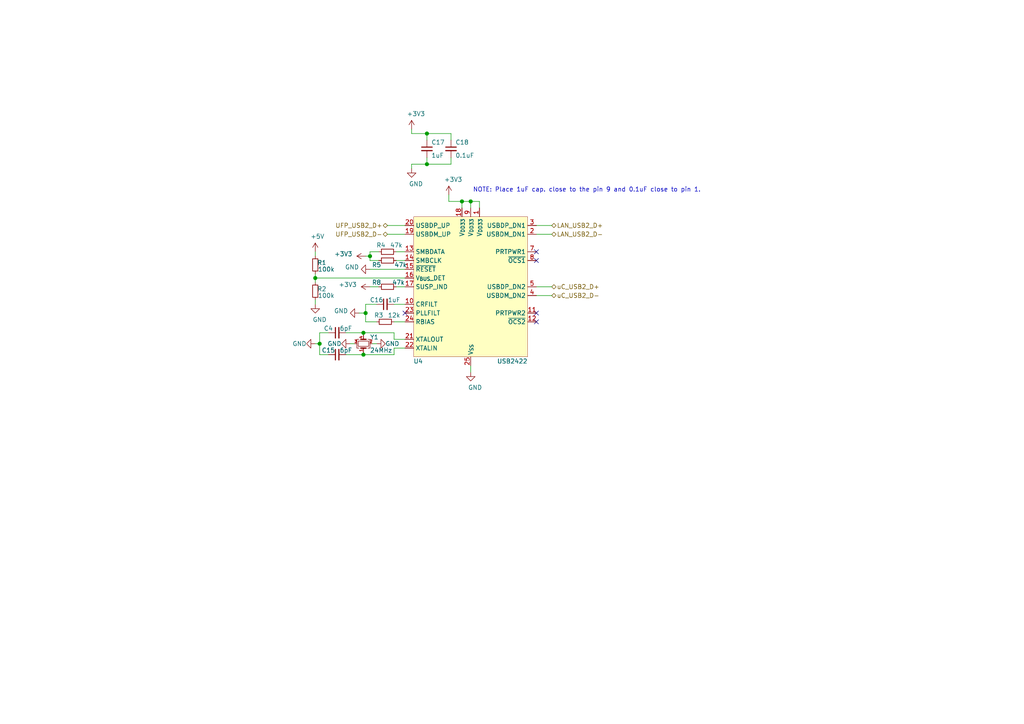
<source format=kicad_sch>
(kicad_sch (version 20201015) (generator eeschema)
  (page 1 6)
  (paper "A4")
  (lib_symbols
    (symbol "Device:C_Small" (pin_numbers hide) (pin_names (offset 0.254) hide)
      (property "Reference" "C" (at 0.254 1.778 0))
      (property "Value" "C_Small" (at 0.254 -2.032 0))
      (symbol "C_Small_0_1"
        (polyline (pts (xy -1.524 -0.508) (xy 1.524 -0.508)) (stroke (width 0.3302)))
        (polyline (pts (xy -1.524 0.508) (xy 1.524 0.508)) (stroke (width 0.3048)))
      )
      (symbol "C_Small_1_1"
        (pin passive line (at 0 2.54 270) (length 2.032) (name "~") (number "1"))
        (pin passive line (at 0 -2.54 90) (length 2.032) (name "~") (number "2"))
      )
    )
    (symbol "Device:Crystal_GND23_Small" (pin_names (offset 1.016) hide)
      (property "Reference" "Y" (at 1.27 4.445 0))
      (property "Value" "Crystal_GND23_Small" (at 1.27 2.54 0))
      (symbol "Crystal_GND23_Small_0_1"
        (rectangle (start -0.762 -1.524) (end 0.762 1.524))
        (polyline (pts (xy -1.27 -0.762) (xy -1.27 0.762)) (stroke (width 0.381)))
        (polyline (pts (xy 1.27 -0.762) (xy 1.27 0.762)) (stroke (width 0.381)))
        (polyline (pts (xy -1.27 -1.27) (xy -1.27 -1.905) (xy 1.27 -1.905) (xy 1.27 -1.27)))
        (polyline (pts (xy -1.27 1.27) (xy -1.27 1.905) (xy 1.27 1.905) (xy 1.27 1.27)))
      )
      (symbol "Crystal_GND23_Small_1_1"
        (pin passive line (at -2.54 0 0) (length 1.27) (name "1") (number "1"))
        (pin passive line (at 0 -2.54 90) (length 0.635) (name "2") (number "2"))
        (pin passive line (at 0 2.54 270) (length 0.635) (name "3") (number "3"))
        (pin passive line (at 2.54 0 180) (length 1.27) (name "4") (number "4"))
      )
    )
    (symbol "Device:R_Small" (pin_numbers hide) (pin_names (offset 0.254) hide)
      (property "Reference" "R" (at 0.762 0.508 0))
      (property "Value" "R_Small" (at 0.762 -1.016 0))
      (symbol "R_Small_0_1"
        (rectangle (start -0.762 1.778) (end 0.762 -1.778) (stroke (width 0.2032)))
      )
      (symbol "R_Small_1_1"
        (pin passive line (at 0 2.54 270) (length 0.762) (name "~") (number "1"))
        (pin passive line (at 0 -2.54 90) (length 0.762) (name "~") (number "2"))
      )
    )
    (symbol "custom:USB2422"
      (property "Reference" "U" (at 19.05 25.4 0))
      (property "Value" "USB2422" (at 19.05 22.225 0))
      (symbol "USB2422_0_0"
        (pin power_in line (at 2.54 22.86 270) (length 2.54) (name "V_{DD33}") (number "1"))
        (pin bidirectional line (at 19.05 15.24 180) (length 2.54) (name "USBDM_DN1") (number "2"))
        (pin bidirectional line (at 19.05 17.78 180) (length 2.54) (name "USBDP_DN1") (number "3"))
        (pin bidirectional line (at 19.05 -2.54 180) (length 2.54) (name "USBDM_DN2") (number "4"))
        (pin bidirectional line (at 19.05 0 180) (length 2.54) (name "USBDP_DN2") (number "5"))
        (pin output line (at 19.05 10.16 180) (length 2.54) (name "PRTPWR1") (number "7"))
        (pin input line (at 19.05 7.62 180) (length 2.54) (name "~OCS1") (number "8"))
        (pin power_in line (at 0 22.86 270) (length 2.54) (name "V_{DD33}") (number "9"))
        (pin passive line (at -19.05 -5.08 0) (length 2.54) (name "CRFILT") (number "10"))
        (pin output line (at 19.05 -7.62 180) (length 2.54) (name "PRTPWR2") (number "11"))
        (pin input line (at 19.05 -10.16 180) (length 2.54) (name "~OCS2") (number "12"))
        (pin bidirectional line (at -19.05 10.16 0) (length 2.54) (name "SMBDATA") (number "13"))
        (pin bidirectional line (at -19.05 7.62 0) (length 2.54) (name "SMBCLK") (number "14"))
        (pin input line (at -19.05 5.08 0) (length 2.54) (name "~RESET") (number "15"))
        (pin input line (at -19.05 2.54 0) (length 2.54) (name "V_{BUS}_DET") (number "16"))
        (pin bidirectional line (at -19.05 0 0) (length 2.54) (name "SUSP_IND") (number "17"))
        (pin power_in line (at -2.54 22.86 270) (length 2.54) (name "V_{DD33}") (number "18"))
        (pin bidirectional line (at -19.05 15.24 0) (length 2.54) (name "USBDM_UP") (number "19"))
        (pin bidirectional line (at -19.05 17.78 0) (length 2.54) (name "USBDP_UP") (number "20"))
        (pin output line (at -19.05 -15.24 0) (length 2.54) (name "XTALOUT") (number "21"))
        (pin input line (at -19.05 -17.78 0) (length 2.54) (name "XTALIN") (number "22"))
        (pin passive line (at -19.05 -7.62 0) (length 2.54) (name "PLLFILT") (number "23"))
        (pin passive line (at -19.05 -10.16 0) (length 2.54) (name "RBIAS") (number "24"))
        (pin power_in line (at 0 -22.86 90) (length 2.54) (name "V_{SS}") (number "25"))
      )
      (symbol "USB2422_0_1"
        (rectangle (start -16.51 20.32) (end 16.51 -20.32) (stroke (width 0.001)) (fill (type background)))
      )
    )
    (symbol "power:+3V3" (power) (pin_names (offset 0))
      (property "Value" "+3V3" (at 0 3.556 0))
      (symbol "+3V3_0_1"
        (polyline (pts (xy -0.762 1.27) (xy 0 2.54)))
        (polyline (pts (xy 0 0) (xy 0 2.54)))
        (polyline (pts (xy 0 2.54) (xy 0.762 1.27)))
      )
      (symbol "+3V3_1_1"
        (pin power_in line (at 0 0 90) (length 0) hide (name "+3V3") (number "1"))
      )
    )
    (symbol "power:+5V" (power) (pin_names (offset 0))
      (property "Value" "+5V" (at 0 3.556 0))
      (symbol "+5V_0_1"
        (polyline (pts (xy -0.762 1.27) (xy 0 2.54)))
        (polyline (pts (xy 0 0) (xy 0 2.54)))
        (polyline (pts (xy 0 2.54) (xy 0.762 1.27)))
      )
      (symbol "+5V_1_1"
        (pin power_in line (at 0 0 90) (length 0) hide (name "+5V") (number "1"))
      )
    )
    (symbol "power:GND" (power) (pin_names (offset 0))
      (property "Value" "GND" (at 0 -3.81 0))
      (symbol "GND_0_1"
        (polyline (pts (xy 0 0) (xy 0 -1.27) (xy 1.27 -1.27) (xy 0 -2.54) (xy -1.27 -1.27) (xy 0 -1.27)))
      )
      (symbol "GND_1_1"
        (pin power_in line (at 0 0 270) (length 0) hide (name "GND") (number "1"))
      )
    )
  )
  (junction (at 91.44 80.645) (diameter 1.016))
  (junction (at 92.71 99.695) (diameter 1.016))
  (junction (at 105.41 96.52) (diameter 1.016))
  (junction (at 105.41 102.87) (diameter 1.016))
  (junction (at 106.045 90.805) (diameter 1.016))
  (junction (at 107.315 74.295) (diameter 1.016))
  (junction (at 123.825 38.735) (diameter 1.016))
  (junction (at 123.825 47.625) (diameter 1.016))
  (junction (at 133.985 58.42) (diameter 1.016))
  (junction (at 136.525 58.42) (diameter 1.016))
  (no_connect (at 155.575 90.805))
  (no_connect (at 155.575 75.565))
  (no_connect (at 117.475 90.805))
  (no_connect (at 155.575 93.345))
  (no_connect (at 155.575 73.025))
  (wire (pts (xy 91.44 73.025) (xy 91.44 74.295)))
  (wire (pts (xy 91.44 79.375) (xy 91.44 80.645)))
  (wire (pts (xy 91.44 80.645) (xy 91.44 81.915)))
  (wire (pts (xy 91.44 80.645) (xy 117.475 80.645)))
  (wire (pts (xy 91.44 86.995) (xy 91.44 88.265)))
  (wire (pts (xy 91.44 99.695) (xy 92.71 99.695)))
  (wire (pts (xy 92.71 96.52) (xy 92.71 99.695)))
  (wire (pts (xy 92.71 99.695) (xy 92.71 102.87)))
  (wire (pts (xy 92.71 102.87) (xy 95.25 102.87)))
  (wire (pts (xy 95.25 96.52) (xy 92.71 96.52)))
  (wire (pts (xy 100.33 96.52) (xy 105.41 96.52)))
  (wire (pts (xy 100.33 102.87) (xy 105.41 102.87)))
  (wire (pts (xy 101.6 99.695) (xy 102.87 99.695)))
  (wire (pts (xy 105.41 96.52) (xy 105.41 97.155)))
  (wire (pts (xy 105.41 96.52) (xy 114.3 96.52)))
  (wire (pts (xy 105.41 102.235) (xy 105.41 102.87)))
  (wire (pts (xy 105.41 102.87) (xy 114.3 102.87)))
  (wire (pts (xy 106.045 74.295) (xy 107.315 74.295)))
  (wire (pts (xy 106.045 88.265) (xy 106.045 90.805)))
  (wire (pts (xy 106.045 90.805) (xy 104.14 90.805)))
  (wire (pts (xy 106.045 90.805) (xy 106.045 93.345)))
  (wire (pts (xy 106.045 93.345) (xy 109.22 93.345)))
  (wire (pts (xy 107.315 73.025) (xy 109.855 73.025)))
  (wire (pts (xy 107.315 74.295) (xy 107.315 73.025)))
  (wire (pts (xy 107.315 75.565) (xy 107.315 74.295)))
  (wire (pts (xy 107.315 78.105) (xy 117.475 78.105)))
  (wire (pts (xy 107.315 83.185) (xy 109.855 83.185)))
  (wire (pts (xy 107.95 99.695) (xy 109.22 99.695)))
  (wire (pts (xy 109.22 88.265) (xy 106.045 88.265)))
  (wire (pts (xy 109.855 75.565) (xy 107.315 75.565)))
  (wire (pts (xy 112.395 65.405) (xy 117.475 65.405)))
  (wire (pts (xy 112.395 67.945) (xy 117.475 67.945)))
  (wire (pts (xy 114.3 88.265) (xy 117.475 88.265)))
  (wire (pts (xy 114.3 93.345) (xy 117.475 93.345)))
  (wire (pts (xy 114.3 98.425) (xy 114.3 96.52)))
  (wire (pts (xy 114.3 98.425) (xy 117.475 98.425)))
  (wire (pts (xy 114.3 100.965) (xy 114.3 102.87)))
  (wire (pts (xy 114.935 73.025) (xy 117.475 73.025)))
  (wire (pts (xy 114.935 75.565) (xy 117.475 75.565)))
  (wire (pts (xy 114.935 83.185) (xy 117.475 83.185)))
  (wire (pts (xy 117.475 100.965) (xy 114.3 100.965)))
  (wire (pts (xy 119.38 37.465) (xy 119.38 38.735)))
  (wire (pts (xy 119.38 47.625) (xy 119.38 48.895)))
  (wire (pts (xy 123.825 38.735) (xy 119.38 38.735)))
  (wire (pts (xy 123.825 38.735) (xy 123.825 40.64)))
  (wire (pts (xy 123.825 45.72) (xy 123.825 47.625)))
  (wire (pts (xy 123.825 47.625) (xy 119.38 47.625)))
  (wire (pts (xy 130.175 56.515) (xy 130.175 58.42)))
  (wire (pts (xy 130.81 38.735) (xy 123.825 38.735)))
  (wire (pts (xy 130.81 40.64) (xy 130.81 38.735)))
  (wire (pts (xy 130.81 45.72) (xy 130.81 47.625)))
  (wire (pts (xy 130.81 47.625) (xy 123.825 47.625)))
  (wire (pts (xy 133.985 58.42) (xy 130.175 58.42)))
  (wire (pts (xy 133.985 58.42) (xy 133.985 60.325)))
  (wire (pts (xy 136.525 58.42) (xy 133.985 58.42)))
  (wire (pts (xy 136.525 58.42) (xy 136.525 60.325)))
  (wire (pts (xy 136.525 106.045) (xy 136.525 107.95)))
  (wire (pts (xy 139.065 58.42) (xy 136.525 58.42)))
  (wire (pts (xy 139.065 60.325) (xy 139.065 58.42)))
  (wire (pts (xy 155.575 65.405) (xy 160.02 65.405)))
  (wire (pts (xy 155.575 67.945) (xy 160.02 67.945)))
  (wire (pts (xy 155.575 83.185) (xy 160.02 83.185)))
  (wire (pts (xy 155.575 85.725) (xy 160.02 85.725)))
  (text "NOTE: Place 1uF cap. close to the pin 9 and 0.1uF close to pin 1." (at 137.16 55.88 0) (effects (font (size 1.27 1.27)) (justify left bottom)))
  (hierarchical_label "UFP_USB2_D+" (shape bidirectional) (at 112.395 65.405 180))
  (hierarchical_label "UFP_USB2_D-" (shape bidirectional) (at 112.395 67.945 180))
  (hierarchical_label "LAN_USB2_D+" (shape bidirectional) (at 160.02 65.405 0))
  (hierarchical_label "LAN_USB2_D-" (shape bidirectional) (at 160.02 67.945 0))
  (hierarchical_label "uC_USB2_D+" (shape bidirectional) (at 160.02 83.185 0))
  (hierarchical_label "uC_USB2_D-" (shape bidirectional) (at 160.02 85.725 0))
  (symbol (lib_id "power:+5V") (at 91.44 73.025 0) (unit 1)
    (property "Reference" "#PWR04" (effects hide))
    (property "Value" "+5V" (at 92.075 68.58 0))
  )
  (symbol (lib_id "power:+3V3") (at 106.045 74.295 90) (unit 1)
    (property "Reference" "#PWR010" (effects hide))
    (property "Value" "+3V3" (at 102.235 73.66 90) (effects (justify left)))
  )
  (symbol (lib_id "power:+3V3") (at 107.315 83.185 90) (unit 1)
    (property "Reference" "#PWR012" (effects hide))
    (property "Value" "+3V3" (at 103.505 82.55 90) (effects (justify left)))
  )
  (symbol (lib_id "power:+3V3") (at 119.38 37.465 0) (unit 1)
    (property "Reference" "#PWR014" (effects hide))
    (property "Value" "+3V3" (at 120.65 33.02 0))
  )
  (symbol (lib_id "power:+3V3") (at 130.175 56.515 0) (unit 1)
    (property "Reference" "#PWR016" (effects hide))
    (property "Value" "+3V3" (at 131.445 52.07 0))
  )
  (symbol (lib_id "power:GND") (at 91.44 88.265 0) (unit 1)
    (property "Reference" "#PWR05" (effects hide))
    (property "Value" "GND" (at 92.71 92.71 0))
  )
  (symbol (lib_id "power:GND") (at 91.44 99.695 270) (unit 1)
    (property "Reference" "#PWR06" (effects hide))
    (property "Value" "GND" (at 88.9 99.695 90) (effects (justify right)))
  )
  (symbol (lib_id "power:GND") (at 101.6 99.695 270) (unit 1)
    (property "Reference" "#PWR08" (effects hide))
    (property "Value" "GND" (at 99.06 99.695 90) (effects (justify right)))
  )
  (symbol (lib_id "power:GND") (at 104.14 90.805 270) (unit 1)
    (property "Reference" "#PWR09" (effects hide))
    (property "Value" "GND" (at 100.965 90.17 90) (effects (justify right)))
  )
  (symbol (lib_id "power:GND") (at 107.315 78.105 270) (unit 1)
    (property "Reference" "#PWR011" (effects hide))
    (property "Value" "GND" (at 104.14 77.47 90) (effects (justify right)))
  )
  (symbol (lib_id "power:GND") (at 109.22 99.695 90) (unit 1)
    (property "Reference" "#PWR013" (effects hide))
    (property "Value" "GND" (at 111.76 99.695 90) (effects (justify right)))
  )
  (symbol (lib_id "power:GND") (at 119.38 48.895 0) (unit 1)
    (property "Reference" "#PWR015" (effects hide))
    (property "Value" "GND" (at 120.65 53.34 0))
  )
  (symbol (lib_id "power:GND") (at 136.525 107.95 0) (unit 1)
    (property "Reference" "#PWR017" (effects hide))
    (property "Value" "GND" (at 137.795 112.395 0))
  )
  (symbol (lib_id "Device:R_Small") (at 91.44 76.835 180) (unit 1)
    (property "Reference" "R1" (at 93.345 76.2 0))
    (property "Value" "100k" (at 94.615 78.105 0))
    (property "Footprint" "Resistor_SMD:R_0402_1005Metric" (effects hide))
  )
  (symbol (lib_id "Device:R_Small") (at 91.44 84.455 180) (unit 1)
    (property "Reference" "R2" (at 93.345 83.82 0))
    (property "Value" "100k" (at 94.615 85.725 0))
    (property "Footprint" "Resistor_SMD:R_0402_1005Metric" (effects hide))
  )
  (symbol (lib_id "Device:R_Small") (at 111.76 93.345 90) (unit 1)
    (property "Reference" "R3" (at 109.855 91.44 90))
    (property "Value" "12k" (at 114.3 91.44 90))
    (property "Footprint" "Resistor_SMD:R_0402_1005Metric" (effects hide))
  )
  (symbol (lib_id "Device:R_Small") (at 112.395 73.025 90) (unit 1)
    (property "Reference" "R4" (at 110.49 71.12 90))
    (property "Value" "47k" (at 114.935 71.12 90))
    (property "Footprint" "Resistor_SMD:R_0402_1005Metric" (effects hide))
  )
  (symbol (lib_id "Device:R_Small") (at 112.395 75.565 90) (unit 1)
    (property "Reference" "R5" (at 109.22 76.835 90))
    (property "Value" "47k" (at 116.205 76.835 90))
    (property "Footprint" "Resistor_SMD:R_0402_1005Metric" (effects hide))
  )
  (symbol (lib_id "Device:R_Small") (at 112.395 83.185 90) (unit 1)
    (property "Reference" "R8" (at 109.22 81.915 90))
    (property "Value" "47k" (at 115.57 81.915 90))
    (property "Footprint" "Resistor_SMD:R_0402_1005Metric" (effects hide))
  )
  (symbol (lib_id "Device:C_Small") (at 97.79 96.52 90) (unit 1)
    (property "Reference" "C4" (at 95.25 95.25 90))
    (property "Value" "6pF" (at 100.33 95.25 90))
    (property "Footprint" "Capacitor_SMD:C_0402_1005Metric" (effects hide))
  )
  (symbol (lib_id "Device:C_Small") (at 97.79 102.87 90) (unit 1)
    (property "Reference" "C15" (at 95.25 101.6 90))
    (property "Value" "6pF" (at 100.33 101.6 90))
    (property "Footprint" "Capacitor_SMD:C_0402_1005Metric" (effects hide))
  )
  (symbol (lib_id "Device:C_Small") (at 111.76 88.265 90) (unit 1)
    (property "Reference" "C16" (at 109.22 86.995 90))
    (property "Value" "1uF" (at 114.3 86.995 90))
    (property "Footprint" "Capacitor_SMD:C_0402_1005Metric" (effects hide))
  )
  (symbol (lib_id "Device:C_Small") (at 123.825 43.18 0) (unit 1)
    (property "Reference" "C17" (at 125.095 41.275 0) (effects (justify left)))
    (property "Value" "1uF" (at 125.095 45.085 0) (effects (justify left)))
    (property "Footprint" "Capacitor_SMD:C_0402_1005Metric" (effects hide))
  )
  (symbol (lib_id "Device:C_Small") (at 130.81 43.18 0) (unit 1)
    (property "Reference" "C18" (at 132.08 41.275 0) (effects (justify left)))
    (property "Value" "0.1uF" (at 132.08 45.085 0) (effects (justify left)))
    (property "Footprint" "Capacitor_SMD:C_0402_1005Metric" (effects hide))
  )
  (symbol (lib_id "Device:Crystal_GND23_Small") (at 105.41 99.695 90) (unit 1)
    (property "Reference" "Y1" (at 107.315 97.79 90) (effects (justify right)))
    (property "Value" "24MHz" (at 107.315 101.6 90) (effects (justify right)))
    (property "Footprint" "Oscillator:Oscillator_SMD_Abracon_ASCO-4Pin_1.6x1.2mm" (effects hide))
  )
  (symbol (lib_id "custom:USB2422") (at 136.525 83.185 0) (unit 1)
    (property "Reference" "U4" (at 121.285 104.775 0))
    (property "Value" "USB2422" (at 148.59 104.775 0))
    (property "Footprint" "Package_DFN_QFN:QFN-24-1EP_4x4mm_P0.5mm_EP2.6x2.6mm" (effects hide))
  )
)
</source>
